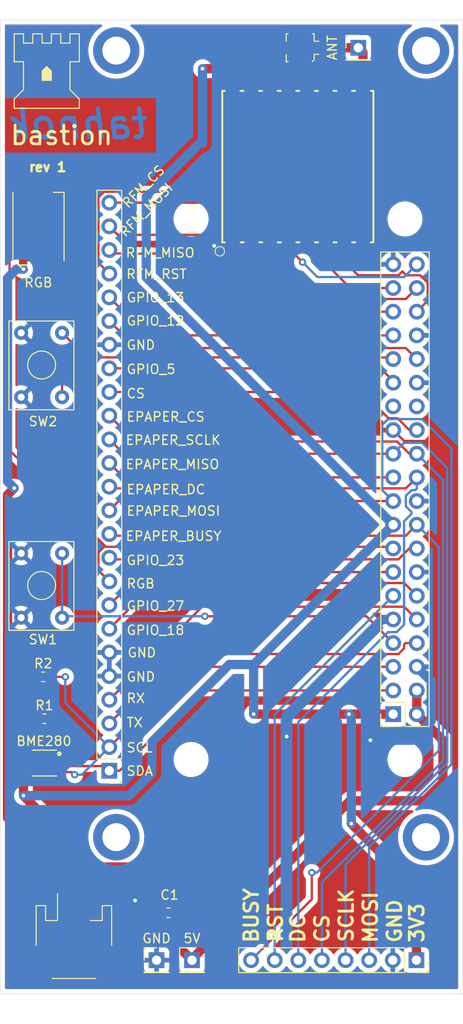
<source format=kicad_pcb>
(kicad_pcb (version 20200119) (host pcbnew "(5.99.0-1124-gd78759612)")
  (layers (0 "F.Cu" signal) (31 "B.Cu" signal) (34 "B.Paste" user) (35 "F.Paste" user) (36 "B.SilkS" user) (37 "F.SilkS" user) (38 "B.Mask" user) (39 "F.Mask" user) (44 "Edge.Cuts" user))
  (net 0 "")
  (net 1 "GND")
  (net 2 "+3V3")
  (net 3 "+5V")
  (net 4 "Net-(D1-Pad2)")
  (net 5 "/RGB")
  (net 6 "/RFM_ANT")
  (net 7 "/RFM_SCLK")
  (net 8 "/RFM_MOSI")
  (net 9 "/RFM_CS")
  (net 10 "/RFM_RST")
  (net 11 "/RFM_MISO")
  (net 12 "/GPIO13")
  (net 13 "/GPIO12")
  (net 14 "Net-(J3-Pad31)")
  (net 15 "/GPIO5")
  (net 16 "Net-(J3-Pad28)")
  (net 17 "Net-(J3-Pad27)")
  (net 18 "/CS_1")
  (net 19 "/EPAPER_CS")
  (net 20 "/EPAPER_SCLK")
  (net 21 "/EPAPER_DC")
  (net 22 "/EPAPER_MISO")
  (net 23 "/EPAPER_MOSI")
  (net 24 "/EPAPER_BUSY")
  (net 25 "/GPIO23")
  (net 26 "/GPIO27")
  (net 27 "/EPAPER_RST")
  (net 28 "/RXD")
  (net 29 "/TXD")
  (net 30 "Net-(J3-Pad7)")
  (net 31 "/SCL")
  (net 32 "/SDA")
  (net 33 "/GPIO18")
  (net 34 "Net-(U1-Pad16)")
  (net 35 "Net-(U1-Pad15)")
  (net 36 "Net-(U1-Pad14)")
  (net 37 "Net-(U1-Pad12)")
  (net 38 "Net-(U1-Pad11)")
  (net 39 "Net-(U1-Pad7)")
  (module "Module:Raspberry_Pi_Zero_Socketed_THT_FaceDown_MountingHoles" (layer "F.Cu") (at 156.25 126 180)
    (fp_text reference "J3" hide)
    (fp_text value "Raspberry_Pi_2_3")
    (pad "" np_thru_hole circle (at -1.27 53.13 270) (size 2.75 2.75) (drill 2.75) (layers *.Cu *.Mask))
    (pad "" np_thru_hole circle (at 21.73 -4.87 270) (size 2.75 2.75) (drill 2.75) (layers *.Cu *.Mask))
    (pad "" np_thru_hole circle (at 21.73 53.13 270) (size 2.75 2.75) (drill 2.75) (layers *.Cu *.Mask))
    (pad "" np_thru_hole circle (at -1.27 -4.87 270) (size 2.75 2.75) (drill 2.75) (layers *.Cu *.Mask))
    (pad "40" thru_hole oval (at -2.54 48.26 180) (size 1.7 1.7) (drill 1) (layers *.Cu *.Mask) (net 7 "/RFM_SCLK"))
    (pad "39" thru_hole oval (at 0 48.26 180) (size 1.7 1.7) (drill 1) (layers *.Cu *.Mask) (net 1 "GND"))
    (pad "26" thru_hole oval (at -2.54 30.48 180) (size 1.7 1.7) (drill 1) (layers *.Cu *.Mask) (net 18 "/CS_1"))
    (pad "25" thru_hole oval (at 0 30.48 180) (size 1.7 1.7) (drill 1) (layers *.Cu *.Mask) (net 1 "GND"))
    (pad "22" thru_hole oval (at -2.54 25.4 180) (size 1.7 1.7) (drill 1) (layers *.Cu *.Mask) (net 21 "/EPAPER_DC"))
    (pad "21" thru_hole oval (at 0 25.4 180) (size 1.7 1.7) (drill 1) (layers *.Cu *.Mask) (net 22 "/EPAPER_MISO"))
    (pad "30" thru_hole oval (at -2.54 35.56 180) (size 1.7 1.7) (drill 1) (layers *.Cu *.Mask) (net 1 "GND"))
    (pad "29" thru_hole oval (at 0 35.56 180) (size 1.7 1.7) (drill 1) (layers *.Cu *.Mask) (net 15 "/GPIO5"))
    (pad "8" thru_hole oval (at -2.54 7.62 180) (size 1.7 1.7) (drill 1) (layers *.Cu *.Mask) (net 29 "/TXD"))
    (pad "7" thru_hole oval (at 0 7.62 180) (size 1.7 1.7) (drill 1) (layers *.Cu *.Mask) (net 30 "Net-(J3-Pad7)"))
    (pad "32" thru_hole oval (at -2.54 38.1 180) (size 1.7 1.7) (drill 1) (layers *.Cu *.Mask) (net 13 "/GPIO12"))
    (pad "31" thru_hole oval (at 0 38.1 180) (size 1.7 1.7) (drill 1) (layers *.Cu *.Mask) (net 14 "Net-(J3-Pad31)"))
    (pad "18" thru_hole oval (at -2.54 20.32 180) (size 1.7 1.7) (drill 1) (layers *.Cu *.Mask) (net 24 "/EPAPER_BUSY"))
    (pad "17" thru_hole oval (at 0 20.32 180) (size 1.7 1.7) (drill 1) (layers *.Cu *.Mask) (net 2 "+3V3"))
    (pad "36" thru_hole oval (at -2.54 43.18 180) (size 1.7 1.7) (drill 1) (layers *.Cu *.Mask) (net 10 "/RFM_RST"))
    (pad "35" thru_hole oval (at 0 43.18 180) (size 1.7 1.7) (drill 1) (layers *.Cu *.Mask) (net 11 "/RFM_MISO"))
    (pad "34" thru_hole oval (at -2.54 40.64 180) (size 1.7 1.7) (drill 1) (layers *.Cu *.Mask) (net 1 "GND"))
    (pad "33" thru_hole oval (at 0 40.64 180) (size 1.7 1.7) (drill 1) (layers *.Cu *.Mask) (net 12 "/GPIO13"))
    (pad "38" thru_hole oval (at -2.54 45.72 180) (size 1.7 1.7) (drill 1) (layers *.Cu *.Mask) (net 8 "/RFM_MOSI"))
    (pad "37" thru_hole oval (at 0 45.72 180) (size 1.7 1.7) (drill 1) (layers *.Cu *.Mask) (net 9 "/RFM_CS"))
    (pad "20" thru_hole oval (at -2.54 22.86 180) (size 1.7 1.7) (drill 1) (layers *.Cu *.Mask) (net 1 "GND"))
    (pad "19" thru_hole oval (at 0 22.86 180) (size 1.7 1.7) (drill 1) (layers *.Cu *.Mask) (net 23 "/EPAPER_MOSI"))
    (pad "10" thru_hole oval (at -2.54 10.16 180) (size 1.7 1.7) (drill 1) (layers *.Cu *.Mask) (net 28 "/RXD"))
    (pad "9" thru_hole oval (at 0 10.16 180) (size 1.7 1.7) (drill 1) (layers *.Cu *.Mask) (net 1 "GND"))
    (pad "14" thru_hole oval (at -2.54 15.24 180) (size 1.7 1.7) (drill 1) (layers *.Cu *.Mask) (net 1 "GND"))
    (pad "13" thru_hole oval (at 0 15.24 180) (size 1.7 1.7) (drill 1) (layers *.Cu *.Mask) (net 26 "/GPIO27"))
    (pad "28" thru_hole oval (at -2.54 33.02 180) (size 1.7 1.7) (drill 1) (layers *.Cu *.Mask) (net 16 "Net-(J3-Pad28)"))
    (pad "27" thru_hole oval (at 0 33.02 180) (size 1.7 1.7) (drill 1) (layers *.Cu *.Mask) (net 17 "Net-(J3-Pad27)"))
    (pad "12" thru_hole oval (at -2.54 12.7 180) (size 1.7 1.7) (drill 1) (layers *.Cu *.Mask) (net 33 "/GPIO18"))
    (pad "11" thru_hole oval (at 0 12.7 180) (size 1.7 1.7) (drill 1) (layers *.Cu *.Mask) (net 27 "/EPAPER_RST"))
    (pad "24" thru_hole oval (at -2.54 27.94 180) (size 1.7 1.7) (drill 1) (layers *.Cu *.Mask) (net 19 "/EPAPER_CS"))
    (pad "23" thru_hole oval (at 0 27.94 180) (size 1.7 1.7) (drill 1) (layers *.Cu *.Mask) (net 20 "/EPAPER_SCLK"))
    (pad "1" thru_hole rect (at 0 0 180) (size 1.7 1.7) (drill 1) (layers *.Cu *.Mask) (net 2 "+3V3"))
    (pad "2" thru_hole oval (at -2.54 0 180) (size 1.7 1.7) (drill 1) (layers *.Cu *.Mask) (net 3 "+5V"))
    (pad "5" thru_hole oval (at 0 5.08 180) (size 1.7 1.7) (drill 1) (layers *.Cu *.Mask) (net 31 "/SCL"))
    (pad "4" thru_hole oval (at -2.54 2.54 180) (size 1.7 1.7) (drill 1) (layers *.Cu *.Mask) (net 3 "+5V"))
    (pad "16" thru_hole oval (at -2.54 17.78 180) (size 1.7 1.7) (drill 1) (layers *.Cu *.Mask) (net 25 "/GPIO23"))
    (pad "15" thru_hole oval (at 0 17.78 180) (size 1.7 1.7) (drill 1) (layers *.Cu *.Mask) (net 5 "/RGB"))
    (pad "3" thru_hole oval (at 0 2.54 180) (size 1.7 1.7) (drill 1) (layers *.Cu *.Mask) (net 32 "/SDA"))
    (pad "6" thru_hole oval (at -2.54 5.08 180) (size 1.7 1.7) (drill 1) (layers *.Cu *.Mask) (net 1 "GND"))
  )
  (module "bastion-hat:epaper mount" (layer "F.Cu") (at 127.75 59.25)
    (fp_text reference "REF**" hide)
    (fp_text value "epaper mount" hide)
    (pad "" thru_hole circle (at -1.27 79.955) (size 5 5) (drill 3) (layers *.Cu *.Mask))
    (pad "" thru_hole circle (at 32.03 79.955) (size 5 5) (drill 3) (layers *.Cu *.Mask))
    (pad "" thru_hole circle (at 32.03 -4.445) (size 5 5) (drill 3) (layers *.Cu *.Mask))
    (pad "" thru_hole circle (at -1.27 -4.445) (size 5 5) (drill 3) (layers *.Cu *.Mask))
  )
  (module "bastion-hat:PSON65P250X250X100-8N" (layer "F.Cu") (at 118.75 131.25)
    (fp_text reference "BME280" (at -0.05 -2.35) (layer "F.SilkS"))
    (fp_text value "BME280_1")
    (pad "5" smd rect (at -0.97 0.975) (size 0.49 0.45) (layers "F.Cu" "F.Paste" "F.Mask") (net 1 "GND"))
    (pad "8" smd rect (at -0.97 -0.975) (size 0.49 0.45) (layers "F.Cu" "F.Paste" "F.Mask") (net 2 "+3V3"))
    (pad "7" smd rect (at -0.97 -0.325) (size 0.49 0.45) (layers "F.Cu" "F.Paste" "F.Mask") (net 1 "GND"))
    (pad "6" smd rect (at -0.97 0.325) (size 0.49 0.45) (layers "F.Cu" "F.Paste" "F.Mask") (net 2 "+3V3"))
    (pad "4" smd rect (at 0.97 0.975) (size 0.49 0.45) (layers "F.Cu" "F.Paste" "F.Mask") (net 31 "/SCL"))
    (pad "1" smd rect (at 0.97 -0.975) (size 0.49 0.45) (layers "F.Cu" "F.Paste" "F.Mask") (net 1 "GND"))
    (pad "2" smd rect (at 0.97 -0.325) (size 0.49 0.45) (layers "F.Cu" "F.Paste" "F.Mask") (net 2 "+3V3"))
    (pad "3" smd rect (at 0.97 0.325) (size 0.49 0.45) (layers "F.Cu" "F.Paste" "F.Mask") (net 32 "/SDA"))
  )
  (module "Connector_PinSocket_2.54mm:PinSocket_1x08_P2.54mm_Vertical" (layer "F.Cu") (at 158.75 152.4 -90)
    (fp_text reference "U2" hide)
    (fp_text value "waveshare_epaper")
    (pad "8" thru_hole oval (at 0 17.78 270) (size 1.7 1.7) (drill 1) (layers *.Cu *.Mask) (net 24 "/EPAPER_BUSY"))
    (pad "7" thru_hole oval (at 0 15.24 270) (size 1.7 1.7) (drill 1) (layers *.Cu *.Mask) (net 27 "/EPAPER_RST"))
    (pad "6" thru_hole oval (at 0 12.7 270) (size 1.7 1.7) (drill 1) (layers *.Cu *.Mask) (net 21 "/EPAPER_DC"))
    (pad "5" thru_hole oval (at 0 10.16 270) (size 1.7 1.7) (drill 1) (layers *.Cu *.Mask) (net 19 "/EPAPER_CS"))
    (pad "4" thru_hole oval (at 0 7.62 270) (size 1.7 1.7) (drill 1) (layers *.Cu *.Mask) (net 20 "/EPAPER_SCLK"))
    (pad "3" thru_hole oval (at 0 5.08 270) (size 1.7 1.7) (drill 1) (layers *.Cu *.Mask) (net 23 "/EPAPER_MOSI"))
    (pad "2" thru_hole oval (at 0 2.54 270) (size 1.7 1.7) (drill 1) (layers *.Cu *.Mask) (net 1 "GND"))
    (pad "1" thru_hole rect (at 0 0 270) (size 1.7 1.7) (drill 1) (layers *.Cu *.Mask) (net 2 "+3V3"))
  )
  (module "bastion-hat:RFM69HCW-XXXS2" (layer "F.Cu") (at 146 67.25 90)
    (fp_text reference "U1" hide)
    (fp_text value "RF_Module_RFM95W-915S2" hide)
    (pad "16" smd rect (at 7.49808 -6.9977 90) (size 2.99974 1.19888) (layers "F.Cu" "F.Paste" "F.Mask") (net 34 "Net-(U1-Pad16)"))
    (pad "15" smd rect (at 7.49808 -4.99872 90) (size 2.99974 1.19888) (layers "F.Cu" "F.Paste" "F.Mask") (net 35 "Net-(U1-Pad15)"))
    (pad "14" smd rect (at 7.49808 -2.99974 90) (size 2.99974 1.19888) (layers "F.Cu" "F.Paste" "F.Mask") (net 36 "Net-(U1-Pad14)"))
    (pad "13" smd rect (at 7.49808 -0.99822 90) (size 2.99974 1.19888) (layers "F.Cu" "F.Paste" "F.Mask") (net 2 "+3V3"))
    (pad "12" smd rect (at 7.49808 0.99822 90) (size 2.99974 1.19888) (layers "F.Cu" "F.Paste" "F.Mask") (net 37 "Net-(U1-Pad12)"))
    (pad "11" smd rect (at 7.49808 2.99974 90) (size 2.99974 1.19888) (layers "F.Cu" "F.Paste" "F.Mask") (net 38 "Net-(U1-Pad11)"))
    (pad "10" smd rect (at 7.49808 4.99872 90) (size 2.99974 1.19888) (layers "F.Cu" "F.Paste" "F.Mask") (net 1 "GND"))
    (pad "9" smd rect (at 7.49808 6.9977 90) (size 2.99974 1.19888) (layers "F.Cu" "F.Paste" "F.Mask") (net 6 "/RFM_ANT"))
    (pad "8" smd rect (at -7.49808 6.9977 90) (size 2.99974 1.19888) (layers "F.Cu" "F.Paste" "F.Mask") (net 1 "GND"))
    (pad "7" smd rect (at -7.49808 4.99872 90) (size 2.99974 1.19888) (layers "F.Cu" "F.Paste" "F.Mask") (net 39 "Net-(U1-Pad7)"))
    (pad "6" smd rect (at -7.49808 2.99974 90) (size 2.99974 1.19888) (layers "F.Cu" "F.Paste" "F.Mask") (net 10 "/RFM_RST"))
    (pad "5" smd rect (at -7.49808 0.99822 90) (size 2.99974 1.19888) (layers "F.Cu" "F.Paste" "F.Mask") (net 9 "/RFM_CS"))
    (pad "4" smd rect (at -7.49808 -0.99822 90) (size 2.99974 1.19888) (layers "F.Cu" "F.Paste" "F.Mask") (net 7 "/RFM_SCLK"))
    (pad "3" smd rect (at -7.49808 -2.99974 90) (size 2.99974 1.19888) (layers "F.Cu" "F.Paste" "F.Mask") (net 8 "/RFM_MOSI"))
    (pad "2" smd rect (at -7.49808 -4.99872 90) (size 2.99974 1.19888) (layers "F.Cu" "F.Paste" "F.Mask") (net 11 "/RFM_MISO"))
    (pad "1" smd rect (at -7.49808 -6.9977 90) (size 2.99974 1.19888) (layers "F.Cu" "F.Paste" "F.Mask") (net 1 "GND"))
  )
  (module "bastion-hat:mini_push_button" (layer "F.Cu") (at 120.65 85.09 -90)
    (fp_text reference "SW2" (at 9.51 2.05 unlocked) (layer "F.SilkS"))
    (fp_text value "SW_Push" hide)
    (pad "2" thru_hole circle (at 6.9 4.4 270) (size 1.524 1.524) (drill 0.762) (layers *.Cu *.Mask) (net 1 "GND"))
    (pad "2" thru_hole circle (at 0 4.4 270) (size 1.524 1.524) (drill 0.762) (layers *.Cu *.Mask) (net 1 "GND"))
    (pad "1" thru_hole circle (at 6.9 0 270) (size 1.524 1.524) (drill 0.762) (layers *.Cu *.Mask) (net 14 "Net-(J3-Pad31)"))
    (pad "1" thru_hole circle (at 0 0 270) (size 1.524 1.524) (drill 0.762) (layers *.Cu *.Mask) (net 14 "Net-(J3-Pad31)"))
  )
  (module "bastion-hat:mini_push_button" (layer "F.Cu") (at 120.65 108.75 -90)
    (fp_text reference "SW1" (at 9.25 2.05 unlocked) (layer "F.SilkS"))
    (fp_text value "SW_Push" hide)
    (pad "2" thru_hole circle (at 6.9 4.4 270) (size 1.524 1.524) (drill 0.762) (layers *.Cu *.Mask) (net 1 "GND"))
    (pad "2" thru_hole circle (at 0 4.4 270) (size 1.524 1.524) (drill 0.762) (layers *.Cu *.Mask) (net 1 "GND"))
    (pad "1" thru_hole circle (at 6.9 0 270) (size 1.524 1.524) (drill 0.762) (layers *.Cu *.Mask) (net 30 "Net-(J3-Pad7)"))
    (pad "1" thru_hole circle (at 0 0 270) (size 1.524 1.524) (drill 0.762) (layers *.Cu *.Mask) (net 30 "Net-(J3-Pad7)"))
  )
  (module "Resistor_SMD:R_0603_1608Metric_Pad1.05x0.95mm_HandSolder" (layer "F.Cu") (at 118.625 122)
    (fp_text reference "R2" (at 0 -1.43) (layer "F.SilkS"))
    (fp_text value "10k")
    (pad "2" smd roundrect (at 0.875 0) (size 1.05 0.95) (layers "F.Cu" "F.Paste" "F.Mask") (net 31 "/SCL"))
    (pad "1" smd roundrect (at -0.875 0) (size 1.05 0.95) (layers "F.Cu" "F.Paste" "F.Mask") (net 2 "+3V3"))
  )
  (module "Resistor_SMD:R_0603_1608Metric_Pad1.05x0.95mm_HandSolder" (layer "F.Cu") (at 118.75 126.5)
    (fp_text reference "R1" (at 0 -1.43) (layer "F.SilkS"))
    (fp_text value "10k")
    (pad "1" smd roundrect (at -0.875 0) (size 1.05 0.95) (layers "F.Cu" "F.Paste" "F.Mask") (net 2 "+3V3"))
    (pad "2" smd roundrect (at 0.875 0) (size 1.05 0.95) (layers "F.Cu" "F.Paste" "F.Mask") (net 32 "/SDA"))
  )
  (module "Connector_PinHeader_2.54mm:PinHeader_1x25_P2.54mm_Vertical" (layer "F.Cu") (at 125.73 132.08 180)
    (fp_text reference "J7" hide)
    (fp_text value "DEBUG")
    (pad "25" thru_hole oval (at 0 60.96 180) (size 1.7 1.7) (drill 1) (layers *.Cu *.Mask) (net 9 "/RFM_CS"))
    (pad "24" thru_hole oval (at 0 58.42 180) (size 1.7 1.7) (drill 1) (layers *.Cu *.Mask) (net 8 "/RFM_MOSI"))
    (pad "23" thru_hole oval (at 0 55.88 180) (size 1.7 1.7) (drill 1) (layers *.Cu *.Mask) (net 11 "/RFM_MISO"))
    (pad "22" thru_hole oval (at 0 53.34 180) (size 1.7 1.7) (drill 1) (layers *.Cu *.Mask) (net 10 "/RFM_RST"))
    (pad "21" thru_hole oval (at 0 50.8 180) (size 1.7 1.7) (drill 1) (layers *.Cu *.Mask) (net 12 "/GPIO13"))
    (pad "20" thru_hole oval (at 0 48.26 180) (size 1.7 1.7) (drill 1) (layers *.Cu *.Mask) (net 13 "/GPIO12"))
    (pad "19" thru_hole oval (at 0 45.72 180) (size 1.7 1.7) (drill 1) (layers *.Cu *.Mask) (net 1 "GND"))
    (pad "18" thru_hole oval (at 0 43.18 180) (size 1.7 1.7) (drill 1) (layers *.Cu *.Mask) (net 15 "/GPIO5"))
    (pad "17" thru_hole oval (at 0 40.64 180) (size 1.7 1.7) (drill 1) (layers *.Cu *.Mask) (net 18 "/CS_1"))
    (pad "16" thru_hole oval (at 0 38.1 180) (size 1.7 1.7) (drill 1) (layers *.Cu *.Mask) (net 19 "/EPAPER_CS"))
    (pad "15" thru_hole oval (at 0 35.56 180) (size 1.7 1.7) (drill 1) (layers *.Cu *.Mask) (net 20 "/EPAPER_SCLK"))
    (pad "14" thru_hole oval (at 0 33.02 180) (size 1.7 1.7) (drill 1) (layers *.Cu *.Mask) (net 22 "/EPAPER_MISO"))
    (pad "13" thru_hole oval (at 0 30.48 180) (size 1.7 1.7) (drill 1) (layers *.Cu *.Mask) (net 21 "/EPAPER_DC"))
    (pad "12" thru_hole oval (at 0 27.94 180) (size 1.7 1.7) (drill 1) (layers *.Cu *.Mask) (net 23 "/EPAPER_MOSI"))
    (pad "11" thru_hole oval (at 0 25.4 180) (size 1.7 1.7) (drill 1) (layers *.Cu *.Mask) (net 24 "/EPAPER_BUSY"))
    (pad "10" thru_hole oval (at 0 22.86 180) (size 1.7 1.7) (drill 1) (layers *.Cu *.Mask) (net 25 "/GPIO23"))
    (pad "9" thru_hole oval (at 0 20.32 180) (size 1.7 1.7) (drill 1) (layers *.Cu *.Mask) (net 5 "/RGB"))
    (pad "8" thru_hole oval (at 0 17.78 180) (size 1.7 1.7) (drill 1) (layers *.Cu *.Mask) (net 26 "/GPIO27"))
    (pad "7" thru_hole oval (at 0 15.24 180) (size 1.7 1.7) (drill 1) (layers *.Cu *.Mask) (net 33 "/GPIO18"))
    (pad "6" thru_hole oval (at 0 12.7 180) (size 1.7 1.7) (drill 1) (layers *.Cu *.Mask) (net 1 "GND"))
    (pad "5" thru_hole oval (at 0 10.16 180) (size 1.7 1.7) (drill 1) (layers *.Cu *.Mask) (net 1 "GND"))
    (pad "4" thru_hole oval (at 0 7.62 180) (size 1.7 1.7) (drill 1) (layers *.Cu *.Mask) (net 28 "/RXD"))
    (pad "3" thru_hole oval (at 0 5.08 180) (size 1.7 1.7) (drill 1) (layers *.Cu *.Mask) (net 29 "/TXD"))
    (pad "2" thru_hole oval (at 0 2.54 180) (size 1.7 1.7) (drill 1) (layers *.Cu *.Mask) (net 31 "/SCL"))
    (pad "1" thru_hole rect (at 0 0 180) (size 1.7 1.7) (drill 1) (layers *.Cu *.Mask) (net 32 "/SDA"))
  )
  (module "Connector_PinHeader_2.54mm:PinHeader_1x01_P2.54mm_Vertical" (layer "F.Cu") (at 130.81 152.4)
    (fp_text reference "GND" (at 0 -2.33) (layer "F.SilkS"))
    (fp_text value "GND")
    (pad "1" thru_hole rect (at 0 0) (size 1.7 1.7) (drill 1) (layers *.Cu *.Mask) (net 1 "GND"))
  )
  (module "Connector_JST:JST_PH_S2B-PH-SM4-TB_1x02-1MP_P2.00mm_Horizontal" (layer "F.Cu") (at 121.92 149.86)
    (fp_text reference "J5" hide)
    (fp_text value "JST")
    (pad "MP" smd roundrect (at 3.35 2.9) (size 1.5 3.4) (layers "F.Cu" "F.Paste" "F.Mask") (roundrect_rratio 0.166667))
    (pad "MP" smd roundrect (at -3.35 2.9) (size 1.5 3.4) (layers "F.Cu" "F.Paste" "F.Mask") (roundrect_rratio 0.166667))
    (pad "2" smd roundrect (at 1 -2.85) (size 1 3.5) (layers "F.Cu" "F.Paste" "F.Mask") (net 3 "+5V"))
    (pad "1" smd roundrect (at -1 -2.85) (size 1 3.5) (layers "F.Cu" "F.Paste" "F.Mask") (net 1 "GND"))
  )
  (module "Connector_PinHeader_2.54mm:PinHeader_1x01_P2.54mm_Vertical" (layer "F.Cu") (at 134.62 152.4)
    (fp_text reference "5V" (at 0 -2.33) (layer "F.SilkS"))
    (fp_text value "5V")
    (pad "1" thru_hole rect (at 0 0) (size 1.7 1.7) (drill 1) (layers *.Cu *.Mask) (net 3 "+5V"))
  )
  (module "Connector_Coaxial:U.FL_Molex_MCRF_73412-0110_Vertical" (layer "F.Cu") (at 146.25 54.5 90)
    (fp_text reference "J2" hide)
    (fp_text value "Conn_Coaxial")
    (pad "1" smd rect (at 0 1.5 90) (size 1 1) (layers "F.Cu" "F.Paste" "F.Mask") (net 6 "/RFM_ANT"))
    (pad "2" smd rect (at 0 -1.5 90) (size 1 1) (layers "F.Cu" "F.Paste" "F.Mask") (net 1 "GND"))
    (pad "2" smd rect (at 1.475 0 90) (size 1.05 2.2) (layers "F.Cu" "F.Paste" "F.Mask") (net 1 "GND"))
    (pad "2" smd rect (at -1.475 0 90) (size 1.05 2.2) (layers "F.Cu" "F.Paste" "F.Mask") (net 1 "GND"))
  )
  (module "Connector_PinHeader_2.54mm:PinHeader_1x01_P2.54mm_Vertical" (layer "F.Cu") (at 152.5 54.5)
    (fp_text reference "ANT" (at -2.8 0 90) (layer "F.SilkS"))
    (fp_text value "ANT")
    (pad "1" thru_hole rect (at 0 0) (size 1.7 1.7) (drill 1) (layers *.Cu *.Mask) (net 6 "/RFM_ANT"))
  )
  (module "LED_SMD:LED_WS2812B_PLCC4_5.0x5.0mm_P3.2mm" (layer "F.Cu") (at 118.11 73.66 90)
    (fp_text reference "RGB" (at -6.04 -0.01 180) (layer "F.SilkS"))
    (fp_text value "WS2812B_1")
    (fp_text user "1" (at -4.15 -1.6 90) (layer "F.SilkS"))
    (pad "1" smd rect (at -2.45 -1.6 90) (size 1.5 1) (layers "F.Cu" "F.Paste" "F.Mask") (net 3 "+5V"))
    (pad "2" smd rect (at -2.45 1.6 90) (size 1.5 1) (layers "F.Cu" "F.Paste" "F.Mask") (net 4 "Net-(D1-Pad2)"))
    (pad "4" smd rect (at 2.45 -1.6 90) (size 1.5 1) (layers "F.Cu" "F.Paste" "F.Mask") (net 5 "/RGB"))
    (pad "3" smd rect (at 2.45 1.6 90) (size 1.5 1) (layers "F.Cu" "F.Paste" "F.Mask") (net 1 "GND"))
  )
  (module "Capacitor_SMD:C_0603_1608Metric_Pad1.05x0.95mm_HandSolder" (layer "F.Cu") (at 132.08 147.32 180)
    (fp_text reference "C1" (at -0.12 1.92) (layer "F.SilkS"))
    (fp_text value "10uF")
    (pad "2" smd roundrect (at 0.875 0 180) (size 1.05 0.95) (layers "F.Cu" "F.Paste" "F.Mask") (net 1 "GND"))
    (pad "1" smd roundrect (at -0.875 0 180) (size 1.05 0.95) (layers "F.Cu" "F.Paste" "F.Mask") (net 2 "+3V3"))
  )
  (gr_poly (pts (xy 119.5 57) (xy 119.5 58) (xy 118.5 58) (xy 118.5 57) (xy 119 56.5)) (layer "F.SilkS") (width 0.1))
  (gr_line (start 115.5 60) (end 115.5 61) (layer "F.SilkS") (width 0.12))
  (gr_line (start 116.5 59) (end 115.5 60) (layer "F.SilkS") (width 0.12))
  (gr_line (start 116.5 56) (end 116.5 59) (layer "F.SilkS") (width 0.12))
  (gr_line (start 115.5 56) (end 116.5 56) (layer "F.SilkS") (width 0.12))
  (gr_line (start 115.5 53) (end 115.5 56) (layer "F.SilkS") (width 0.12))
  (gr_line (start 116.5 53) (end 115.5 53) (layer "F.SilkS") (width 0.12))
  (gr_line (start 116.5 54) (end 116.5 53) (layer "F.SilkS") (width 0.12))
  (gr_line (start 117.5 54) (end 116.5 54) (layer "F.SilkS") (width 0.12))
  (gr_line (start 117.5 53) (end 117.5 54) (layer "F.SilkS") (width 0.12))
  (gr_line (start 118.5 53) (end 117.5 53) (layer "F.SilkS") (width 0.12))
  (gr_line (start 118.5 54) (end 118.5 53) (layer "F.SilkS") (width 0.12))
  (gr_line (start 119.5 54) (end 118.5 54) (layer "F.SilkS") (width 0.12))
  (gr_line (start 119.5 53) (end 119.5 54) (layer "F.SilkS") (width 0.12))
  (gr_line (start 120.5 53) (end 119.5 53) (layer "F.SilkS") (width 0.12))
  (gr_line (start 120.5 54) (end 120.5 53) (layer "F.SilkS") (width 0.12))
  (gr_line (start 121.5 54) (end 120.5 54) (layer "F.SilkS") (width 0.12))
  (gr_line (start 121.5 53) (end 121.5 54) (layer "F.SilkS") (width 0.12))
  (gr_line (start 122.5 53) (end 121.5 53) (layer "F.SilkS") (width 0.12))
  (gr_line (start 122.5 56) (end 122.5 53) (layer "F.SilkS") (width 0.12))
  (gr_line (start 121.5 56) (end 122.5 56) (layer "F.SilkS") (width 0.12))
  (gr_line (start 121.5 59) (end 121.5 56) (layer "F.SilkS") (width 0.12))
  (gr_line (start 122.5 60) (end 121.5 59) (layer "F.SilkS") (width 0.12))
  (gr_line (start 122.5 61) (end 122.5 60) (layer "F.SilkS") (width 0.12))
  (gr_line (start 115.5 61) (end 122.5 61) (layer "F.SilkS") (width 0.12))
  (gr_text "rev 1" (at 119.1 67.3) (layer "F.SilkS") (effects (font (size 1 1) (thickness 0.25))))
  (gr_text "bastion" (at 120.6 63.9) (layer "F.SilkS") (effects (font (size 2 2) (thickness 0.3))))
  (gr_text "tahnok" (at 122.5 62.7) (layer "B.Cu") (effects (font (size 3 3) (thickness 0.5) italic) (justify mirror)))
  (gr_text "SDA" (at 127.5 132.1) (layer "F.SilkS") (effects (font (size 1 1)) (justify left)))
  (gr_text "SCL" (at 127.5 129.6) (layer "F.SilkS") (effects (font (size 1 1)) (justify left)))
  (gr_text "TX" (at 127.5 126.9) (layer "F.SilkS") (effects (font (size 1 1)) (justify left)))
  (gr_text "RX" (at 127.5 124.3) (layer "F.SilkS") (effects (font (size 1 1)) (justify left)))
  (gr_text "GND" (at 127.5 122) (layer "F.SilkS") (effects (font (size 1 1)) (justify left)))
  (gr_text "GND" (at 127.6 119.4) (layer "F.SilkS") (effects (font (size 1 1)) (justify left)))
  (gr_text "GPIO_18" (at 127.5 117) (layer "F.SilkS") (effects (font (size 1 1)) (justify left)))
  (gr_text "GPIO_27" (at 127.5 114.4) (layer "F.SilkS") (effects (font (size 1 1)) (justify left)))
  (gr_text "RGB" (at 127.5 112) (layer "F.SilkS") (effects (font (size 1 1)) (justify left)))
  (gr_text "GPIO_23" (at 127.5 109.5) (layer "F.SilkS") (effects (font (size 1 1)) (justify left)))
  (gr_text "EPAPER_BUSY" (at 127.4 106.9) (layer "F.SilkS") (effects (font (size 1 1)) (justify left)))
  (gr_text "EPAPER_MOSI" (at 127.5 104.2) (layer "F.SilkS") (effects (font (size 1 1)) (justify left)))
  (gr_text "EPAPER_DC" (at 127.5 101.9) (layer "F.SilkS") (effects (font (size 1 1)) (justify left)))
  (gr_text "EPAPER_MISO" (at 127.4 99.2) (layer "F.SilkS") (effects (font (size 1 1)) (justify left)))
  (gr_text "EPAPER_SCLK" (at 127.4 96.6) (layer "F.SilkS") (effects (font (size 1 1)) (justify left)))
  (gr_text "EPAPER_CS" (at 127.5 94.1) (layer "F.SilkS") (effects (font (size 1 1)) (justify left)))
  (gr_text "CS" (at 127.5 91.6) (layer "F.SilkS") (effects (font (size 1 1)) (justify left)))
  (gr_text "GPIO_5" (at 127.5 89) (layer "F.SilkS") (effects (font (size 1 1)) (justify left)))
  (gr_text "GND" (at 127.5 86.4) (layer "F.SilkS") (effects (font (size 1 1)) (justify left)))
  (gr_text "GPIO_12" (at 127.5 83.8) (layer "F.SilkS") (effects (font (size 1 1)) (justify left)))
  (gr_text "GPIO_13" (at 127.5 81.3) (layer "F.SilkS") (effects (font (size 1 1)) (justify left)))
  (gr_text "RFM_RST" (at 130.8 78.79) (layer "F.SilkS") (effects (font (size 1 1))))
  (gr_text "RFM_MISO" (at 131.2 76.5) (layer "F.SilkS") (effects (font (size 1 1))))
  (gr_text "RFM_MOSI" (at 129.7 71.9 45) (layer "F.SilkS") (effects (font (size 1 1))))
  (gr_text "RFM_CS" (at 129.4 69.4 45) (layer "F.SilkS") (effects (font (size 1 1))))
  (gr_text "3V3" (at 158.8 148.4 90) (layer "F.SilkS") (effects (font (size 1.5 1.5) (thickness 0.3))))
  (gr_text "GND" (at 156.4 148.2 90) (layer "F.SilkS") (effects (font (size 1.5 1.5) (thickness 0.3))))
  (gr_text "MOSI" (at 153.8 147.8 90) (layer "F.SilkS") (effects (font (size 1.5 1.5) (thickness 0.3))))
  (gr_text "SCLK" (at 151.2 147.6 90) (layer "F.SilkS") (effects (font (size 1.5 1.5) (thickness 0.3))))
  (gr_text "CS" (at 148.6 149 90) (layer "F.SilkS") (effects (font (size 1.5 1.5) (thickness 0.3))))
  (gr_text "DC\n" (at 146 149 90) (layer "F.SilkS") (effects (font (size 1.5 1.5) (thickness 0.3))))
  (gr_text "RST" (at 143.6 148.4 90) (layer "F.SilkS") (effects (font (size 1.5 1.5) (thickness 0.3))))
  (gr_text "BUSY" (at 141 147.6 90) (layer "F.SilkS") (effects (font (size 1.5 1.5) (thickness 0.3))))
  (gr_line (start 114 51.5) (end 163.75 51.5) (layer "Edge.Cuts") (width 0.05))
  (gr_line (start 114 156) (end 114 51.5) (layer "Edge.Cuts") (width 0.05))
  (gr_line (start 163.75 156) (end 114 156) (layer "Edge.Cuts") (width 0.05))
  (gr_line (start 163.75 51.5) (end 163.75 156) (layer "Edge.Cuts") (width 0.05))
  (segment (start 135.75 64.75) (end 135.45 64.75) (width 1) (layer "B.Cu") (net 2))
  (segment (start 135.45 64.75) (end 129.7 70.5) (width 1) (layer "B.Cu") (net 2))
  (segment (start 129.7 70.5) (end 129.7 79.13) (width 1) (layer "B.Cu") (net 2))
  (segment (start 129.7 79.13) (end 132.444999 81.874999) (width 1) (layer "B.Cu") (net 2))
  (segment (start 161.6 133) (end 161.6 133.3) (width 1) (layer "F.Cu") (net 3))
  (segment (start 161.6 128.81) (end 161.6 132.9) (width 1) (layer "F.Cu") (net 3))
  (segment (start 134.62 152.28) (end 134.62 152.4) (width 1) (layer "F.Cu") (net 3))
  (segment (start 161.6 132.9) (end 161.6 133) (width 1) (layer "F.Cu") (net 3))
  (segment (start 159.6 135.3) (end 151.6 135.3) (width 1) (layer "F.Cu") (net 3))
  (segment (start 158.79 126) (end 161.6 128.81) (width 1) (layer "F.Cu") (net 3))
  (segment (start 161.6 133.3) (end 159.6 135.3) (width 1) (layer "F.Cu") (net 3))
  (segment (start 151.6 135.3) (end 134.62 152.28) (width 1) (layer "F.Cu") (net 3))
  (segment (start 140.090002 120.68) (end 138.62 120.68) (width 1) (layer "B.Cu") (net 2))
  (segment (start 138.62 120.68) (end 130.3 129) (width 1) (layer "B.Cu") (net 2))
  (segment (start 130.3 129) (end 130.3 132.3) (width 1) (layer "B.Cu") (net 2))
  (segment (start 127.85 134.75) (end 126.020002 134.75) (width 1) (layer "B.Cu") (net 2))
  (segment (start 130.3 132.3) (end 127.85 134.75) (width 1) (layer "B.Cu") (net 2))
  (via (at 144.8 128.4) (size 0.8) (drill 0.4) (layers "F.Cu" "B.Cu") (net 1))
  (segment (start 155.047919 115.84) (end 144.8 126.087919) (width 1) (layer "B.Cu") (net 1))
  (segment (start 144.8 126.087919) (end 144.8 128.4) (width 1) (layer "B.Cu") (net 1))
  (segment (start 156.25 115.84) (end 155.047919 115.84) (width 1) (layer "B.Cu") (net 1))
  (segment (start 160.340001 126.744001) (end 158.289003 128.794999) (width 1) (layer "B.Cu") (net 1))
  (segment (start 158.79 120.92) (end 160.340001 122.470001) (width 1) (layer "B.Cu") (net 1))
  (via (at 153.8 128.8) (size 0.8) (drill 0.4) (layers "F.Cu" "B.Cu") (net 1))
  (segment (start 153.805001 128.794999) (end 153.8 128.8) (width 1) (layer "B.Cu") (net 1))
  (segment (start 160.340001 122.470001) (end 160.340001 126.744001) (width 1) (layer "B.Cu") (net 1))
  (segment (start 158.289003 128.794999) (end 153.805001 128.794999) (width 1) (layer "B.Cu") (net 1))
  (segment (start 162.065034 99.596032) (end 159.354001 96.884999) (width 0.25) (layer "B.Cu") (net 20))
  (segment (start 151.13 142.142821) (end 162.065034 131.207787) (width 0.25) (layer "B.Cu") (net 20))
  (segment (start 157.425001 96.884999) (end 156.25 98.06) (width 0.25) (layer "B.Cu") (net 20))
  (segment (start 151.13 152.4) (end 151.13 142.142821) (width 0.25) (layer "B.Cu") (net 20))
  (segment (start 153.67 152.4) (end 153.67 140.239232) (width 0.25) (layer "B.Cu") (net 23))
  (segment (start 155.074999 101.964999) (end 156.25 103.14) (width 0.25) (layer "B.Cu") (net 23))
  (segment (start 153.67 140.239232) (end 162.515045 131.394187) (width 0.25) (layer "B.Cu") (net 23))
  (segment (start 159.354001 96.884999) (end 157.425001 96.884999) (width 0.25) (layer "B.Cu") (net 20))
  (segment (start 162.515045 97.506043) (end 159.354001 94.344999) (width 0.25) (layer "B.Cu") (net 23))
  (segment (start 162.065034 131.207787) (end 162.065034 99.596032) (width 0.25) (layer "B.Cu") (net 20))
  (segment (start 155.685999 94.344999) (end 155.074999 94.955999) (width 0.25) (layer "B.Cu") (net 23))
  (segment (start 148.065685 143) (end 147.5 143) (width 0.25) (layer "B.Cu") (net 24))
  (segment (start 162.515045 131.394187) (end 162.515045 97.506043) (width 0.25) (layer "B.Cu") (net 23))
  (segment (start 158.79 120.92) (end 158.79 120.79) (width 1) (layer "B.Cu") (net 1))
  (segment (start 155.074999 94.955999) (end 155.074999 101.964999) (width 0.25) (layer "B.Cu") (net 23))
  (segment (start 161.615023 100.885023) (end 158.79 98.06) (width 0.25) (layer "B.Cu") (net 19))
  (segment (start 161.615023 131.021388) (end 161.615023 100.885023) (width 0.25) (layer "B.Cu") (net 19))
  (segment (start 148.59 152.4) (end 148.59 144.046411) (width 0.25) (layer "B.Cu") (net 19))
  (segment (start 161.165012 129.900673) (end 148.065685 143) (width 0.25) (layer "B.Cu") (net 24))
  (segment (start 161.165012 108.055012) (end 161.165012 129.900673) (width 0.25) (layer "B.Cu") (net 24))
  (segment (start 148.59 144.046411) (end 161.615023 131.021388) (width 0.25) (layer "B.Cu") (net 19))
  (segment (start 158.79 105.68) (end 161.165012 108.055012) (width 0.25) (layer "B.Cu") (net 24))
  (segment (start 159.354001 94.344999) (end 155.685999 94.344999) (width 0.25) (layer "B.Cu") (net 23))
  (segment (start 131.205 147.32) (end 129.82 147.32) (width 1) (layer "F.Cu") (net 1))
  (segment (start 122.92 147.01) (end 124.430011 148.520011) (width 1) (layer "F.Cu") (net 3))
  (segment (start 130.740011 148.520011) (end 134.62 152.4) (width 1) (layer "F.Cu") (net 3))
  (segment (start 124.430011 148.520011) (end 130.740011 148.520011) (width 1) (layer "F.Cu") (net 3))
  (via (at 128.5 146) (size 0.8) (drill 0.4) (layers "F.Cu" "B.Cu") (net 1))
  (segment (start 129.82 147.32) (end 128.5 146) (width 1) (layer "F.Cu") (net 1))
  (via (at 137 75.75) (size 0.8) (drill 0.4) (layers "F.Cu" "B.Cu") (net 1))
  (segment (start 137 75.75) (end 137.25 76) (width 0.25) (layer "B.Cu") (net 1))
  (segment (start 138.00192 74.74808) (end 137 75.75) (width 0.25) (layer "F.Cu") (net 1))
  (segment (start 139.0023 74.74808) (end 138.00192 74.74808) (width 0.25) (layer "F.Cu") (net 1))
  (segment (start 118.5 131) (end 118.5 133) (width 0.25) (layer "F.Cu") (net 1))
  (segment (start 119.225 130.275) (end 118.5 131) (width 0.25) (layer "F.Cu") (net 1))
  (segment (start 119.72 130.275) (end 119.225 130.275) (width 0.25) (layer "F.Cu") (net 1))
  (segment (start 119.225 130.275) (end 118.575 130.925) (width 0.25) (layer "F.Cu") (net 1))
  (segment (start 118.575 130.925) (end 117.78 130.925) (width 0.25) (layer "F.Cu") (net 1))
  (segment (start 117.78 130.925) (end 118.275 130.925) (width 0.25) (layer "F.Cu") (net 1))
  (segment (start 118.275 130.925) (end 118.350001 131.000001) (width 0.25) (layer "F.Cu") (net 1))
  (segment (start 118.350001 131.000001) (end 118.350001 132.060001) (width 0.25) (layer "F.Cu") (net 1))
  (segment (start 118.185002 132.225) (end 117.78 132.225) (width 0.25) (layer "F.Cu") (net 1))
  (segment (start 118.350001 132.060001) (end 118.185002 132.225) (width 0.25) (layer "F.Cu") (net 1))
  (segment (start 156.25 95.52) (end 157.425001 96.695001) (width 0.25) (layer "F.Cu") (net 1))
  (segment (start 157.425001 96.695001) (end 161.304999 96.695001) (width 0.25) (layer "F.Cu") (net 1))
  (segment (start 161.304999 96.695001) (end 161.5 96.5) (width 0.25) (layer "F.Cu") (net 1))
  (via (at 147.5 143) (size 0.8) (drill 0.4) (layers "F.Cu" "B.Cu") (net 24))
  (segment (start 147.5 143) (end 147.5 145.87) (width 0.25) (layer "F.Cu") (net 24))
  (segment (start 147.5 145.87) (end 140.97 152.4) (width 0.25) (layer "F.Cu") (net 24))
  (segment (start 120.65 91.99) (end 120.65 90.359998) (width 0.25) (layer "F.Cu") (net 14))
  (segment (start 120.65 90.359998) (end 123.284999 87.724999) (width 0.25) (layer "F.Cu") (net 14))
  (segment (start 156.25 87.9) (end 156.074999 87.724999) (width 0.25) (layer "F.Cu") (net 14))
  (segment (start 156.074999 87.724999) (end 123.284999 87.724999) (width 0.25) (layer "F.Cu") (net 14))
  (segment (start 123.284999 87.724999) (end 120.65 85.09) (width 0.25) (layer "F.Cu") (net 14))
  (segment (start 125.73 83.82) (end 128.634999 86.724999) (width 0.25) (layer "F.Cu") (net 13))
  (segment (start 157.614999 86.724999) (end 158.79 87.9) (width 0.25) (layer "F.Cu") (net 13))
  (segment (start 128.634999 86.724999) (end 157.614999 86.724999) (width 0.25) (layer "F.Cu") (net 13))
  (segment (start 148.99974 74.74808) (end 148.1503 74.74808) (width 0.25) (layer "F.Cu") (net 10))
  (segment (start 124.554999 70.555999) (end 124.554999 77.564999) (width 0.25) (layer "F.Cu") (net 10))
  (segment (start 148.1503 74.74808) (end 147.922661 74.520441) (width 0.25) (layer "F.Cu") (net 10))
  (segment (start 147.922661 74.520441) (end 147.922661 72.988209) (width 0.25) (layer "F.Cu") (net 10))
  (segment (start 144.879451 69.944999) (end 125.165999 69.944999) (width 0.25) (layer "F.Cu") (net 10))
  (segment (start 147.922661 72.988209) (end 144.879451 69.944999) (width 0.25) (layer "F.Cu") (net 10))
  (segment (start 125.165999 69.944999) (end 124.554999 70.555999) (width 0.25) (layer "F.Cu") (net 10))
  (segment (start 124.554999 77.564999) (end 125.73 78.74) (width 0.25) (layer "F.Cu") (net 10))
  (segment (start 145.00178 74.74808) (end 145.00178 76.00178) (width 0.25) (layer "F.Cu") (net 7))
  (segment (start 145.00178 76.00178) (end 146.5 77.5) (width 0.25) (layer "F.Cu") (net 7))
  (via (at 146.5 77.5) (size 0.8) (drill 0.4) (layers "F.Cu" "B.Cu") (net 7))
  (segment (start 148.104999 79.104999) (end 157.425001 79.104999) (width 0.25) (layer "B.Cu") (net 7))
  (segment (start 146.5 77.5) (end 148.104999 79.104999) (width 0.25) (layer "B.Cu") (net 7))
  (segment (start 157.425001 79.104999) (end 158.79 77.74) (width 0.25) (layer "B.Cu") (net 7))
  (segment (start 146.99822 74.74808) (end 146.99822 73.84765) (width 0.25) (layer "F.Cu") (net 9))
  (segment (start 146.99822 73.84765) (end 144.27057 71.12) (width 0.25) (layer "F.Cu") (net 9))
  (segment (start 144.27057 71.12) (end 125.73 71.12) (width 0.25) (layer "F.Cu") (net 9))
  (segment (start 125.73 73.66) (end 126.640001 74.570001) (width 0.25) (layer "F.Cu") (net 8))
  (segment (start 126.640001 74.570001) (end 136.496067 74.570001) (width 0.25) (layer "F.Cu") (net 8))
  (segment (start 136.496067 74.570001) (end 138.142859 72.923209) (width 0.25) (layer "F.Cu") (net 8))
  (segment (start 138.142859 72.923209) (end 141.860721 72.923209) (width 0.25) (layer "F.Cu") (net 8))
  (segment (start 141.860721 72.923209) (end 143.00026 74.062748) (width 0.25) (layer "F.Cu") (net 8))
  (segment (start 143.00026 74.062748) (end 143.00026 74.74808) (width 0.25) (layer "F.Cu") (net 8))
  (segment (start 125.73 76.2) (end 125.73 76.23) (width 0.25) (layer "F.Cu") (net 11))
  (segment (start 125.73 76.23) (end 126.072951 76.572951) (width 0.25) (layer "F.Cu") (net 11))
  (segment (start 126.072951 76.572951) (end 140.076839 76.572951) (width 0.25) (layer "F.Cu") (net 11))
  (segment (start 140.076839 76.572951) (end 141.00128 75.64851) (width 0.25) (layer "F.Cu") (net 11))
  (segment (start 141.00128 75.64851) (end 141.00128 74.74808) (width 0.25) (layer "F.Cu") (net 11))
  (segment (start 156.25 85.36) (end 129.81 85.36) (width 0.25) (layer "F.Cu") (net 12))
  (segment (start 129.81 85.36) (end 125.73 81.28) (width 0.25) (layer "F.Cu") (net 12))
  (segment (start 158.79 82.82) (end 159.965001 81.644999) (width 0.25) (layer "F.Cu") (net 10))
  (segment (start 159.164003 78.915001) (end 157.665001 78.915001) (width 0.25) (layer "F.Cu") (net 10))
  (segment (start 156.814001 78.915001) (end 152.481329 78.915001) (width 0.25) (layer "F.Cu") (net 10))
  (segment (start 159.965001 81.644999) (end 159.965001 79.715999) (width 0.25) (layer "F.Cu") (net 10))
  (segment (start 157.229002 78.5) (end 156.814001 78.915001) (width 0.25) (layer "F.Cu") (net 10))
  (segment (start 159.965001 79.715999) (end 159.164003 78.915001) (width 0.25) (layer "F.Cu") (net 10))
  (segment (start 157.665001 78.915001) (end 157.25 78.5) (width 0.25) (layer "F.Cu") (net 10))
  (segment (start 157.25 78.5) (end 157.229002 78.5) (width 0.25) (layer "F.Cu") (net 10))
  (segment (start 148.99974 75.433412) (end 148.99974 74.74808) (width 0.25) (layer "F.Cu") (net 10))
  (segment (start 152.481329 78.915001) (end 148.99974 75.433412) (width 0.25) (layer "F.Cu") (net 10))
  (segment (start 156.25 82.82) (end 148.17277 82.82) (width 0.25) (layer "F.Cu") (net 11))
  (segment (start 148.17277 82.82) (end 141.00128 75.64851) (width 0.25) (layer "F.Cu") (net 11))
  (segment (start 158.79 80.28) (end 157.614999 81.455001) (width 0.25) (layer "F.Cu") (net 8))
  (segment (start 157.614999 81.455001) (end 148.806751 81.455001) (width 0.25) (layer "F.Cu") (net 8))
  (segment (start 148.806751 81.455001) (end 143.00026 75.64851) (width 0.25) (layer "F.Cu") (net 8))
  (segment (start 143.00026 75.64851) (end 143.00026 74.74808) (width 0.25) (layer "F.Cu") (net 8))
  (segment (start 156.25 80.28) (end 151.62971 80.28) (width 0.25) (layer "F.Cu") (net 9))
  (segment (start 151.62971 80.28) (end 146.99822 75.64851) (width 0.25) (layer "F.Cu") (net 9))
  (segment (start 146.99822 75.64851) (end 146.99822 74.74808) (width 0.25) (layer "F.Cu") (net 9))
  (segment (start 145.00178 75.64851) (end 145.00178 74.74808) (width 0.25) (layer "F.Cu") (net 7))
  (segment (start 154.9 88.9) (end 125.73 88.9) (width 0.25) (layer "F.Cu") (net 15))
  (segment (start 156.44 90.44) (end 154.9 88.9) (width 0.25) (layer "F.Cu") (net 15))
  (segment (start 156.25 90.44) (end 156.44 90.44) (width 0.25) (layer "F.Cu") (net 15))
  (segment (start 152.94 91.44) (end 125.73 91.44) (width 0.25) (layer "F.Cu") (net 18))
  (segment (start 155.75 94.25) (end 152.94 91.44) (width 0.25) (layer "F.Cu") (net 18))
  (segment (start 157.989002 95.52) (end 156.719002 94.25) (width 0.25) (layer "F.Cu") (net 18))
  (segment (start 156.719002 94.25) (end 155.75 94.25) (width 0.25) (layer "F.Cu") (net 18))
  (segment (start 158.79 95.52) (end 157.989002 95.52) (width 0.25) (layer "F.Cu") (net 18))
  (segment (start 127.27 98.06) (end 125.73 96.52) (width 0.25) (layer "F.Cu") (net 20))
  (segment (start 156.25 98.06) (end 127.27 98.06) (width 0.25) (layer "F.Cu") (net 20))
  (segment (start 156.679002 96.75) (end 128.5 96.75) (width 0.25) (layer "F.Cu") (net 19))
  (segment (start 128.5 96.75) (end 125.73 93.98) (width 0.25) (layer "F.Cu") (net 19))
  (segment (start 157.989002 98.06) (end 156.679002 96.75) (width 0.25) (layer "F.Cu") (net 19))
  (segment (start 158.79 98.06) (end 157.989002 98.06) (width 0.25) (layer "F.Cu") (net 19))
  (segment (start 127.27 100.6) (end 125.73 99.06) (width 0.25) (layer "F.Cu") (net 22))
  (segment (start 156.25 100.6) (end 127.27 100.6) (width 0.25) (layer "F.Cu") (net 22))
  (segment (start 157.614999 101.775001) (end 125.905001 101.775001) (width 0.25) (layer "F.Cu") (net 21))
  (segment (start 125.905001 101.775001) (end 125.73 101.6) (width 0.25) (layer "F.Cu") (net 21))
  (segment (start 158.79 100.6) (end 157.614999 101.775001) (width 0.25) (layer "F.Cu") (net 21))
  (segment (start 126.73 103.14) (end 125.73 104.14) (width 0.25) (layer "F.Cu") (net 23))
  (segment (start 156.25 103.14) (end 126.73 103.14) (width 0.25) (layer "F.Cu") (net 23))
  (segment (start 125.905001 106.855001) (end 125.73 106.68) (width 0.25) (layer "F.Cu") (net 24))
  (segment (start 157.614999 106.855001) (end 125.905001 106.855001) (width 0.25) (layer "F.Cu") (net 24))
  (segment (start 158.79 105.68) (end 157.614999 106.855001) (width 0.25) (layer "F.Cu") (net 24))
  (segment (start 157.989002 108.22) (end 156.814001 109.395001) (width 0.25) (layer "F.Cu") (net 25))
  (segment (start 125.905001 109.395001) (end 125.73 109.22) (width 0.25) (layer "F.Cu") (net 25))
  (segment (start 156.814001 109.395001) (end 125.905001 109.395001) (width 0.25) (layer "F.Cu") (net 25))
  (segment (start 158.79 108.22) (end 157.989002 108.22) (width 0.25) (layer "F.Cu") (net 25))
  (segment (start 115 72.72) (end 116.51 71.21) (width 0.25) (layer "F.Cu") (net 5))
  (segment (start 115 97.689002) (end 115 72.72) (width 0.25) (layer "F.Cu") (net 5))
  (segment (start 156.074999 108.044999) (end 125.355997 108.044999) (width 0.25) (layer "F.Cu") (net 5))
  (segment (start 156.25 108.22) (end 156.074999 108.044999) (width 0.25) (layer "F.Cu") (net 5))
  (segment (start 129.27 110.76) (end 125.73 114.3) (width 0.25) (layer "F.Cu") (net 26))
  (segment (start 156.25 110.76) (end 129.27 110.76) (width 0.25) (layer "F.Cu") (net 26))
  (segment (start 124.554999 110.584999) (end 125.73 111.76) (width 0.25) (layer "F.Cu") (net 5))
  (segment (start 124.554999 108.655999) (end 124.554999 110.584999) (width 0.25) (layer "F.Cu") (net 5))
  (segment (start 125.241497 107.969501) (end 124.554999 108.655999) (width 0.25) (layer "F.Cu") (net 5))
  (segment (start 125.280499 107.969501) (end 125.241497 107.969501) (width 0.25) (layer "F.Cu") (net 5))
  (segment (start 125.280499 107.969501) (end 115 97.689002) (width 0.25) (layer "F.Cu") (net 5))
  (segment (start 125.355997 108.044999) (end 125.280499 107.969501) (width 0.25) (layer "F.Cu") (net 5))
  (segment (start 133.174999 119.555001) (end 125.73 127) (width 0.25) (layer "F.Cu") (net 29))
  (segment (start 156.814001 119.555001) (end 133.174999 119.555001) (width 0.25) (layer "F.Cu") (net 29))
  (segment (start 157.425001 118.542918) (end 157.425001 118.944001) (width 0.25) (layer "F.Cu") (net 29))
  (segment (start 157.425001 118.944001) (end 156.814001 119.555001) (width 0.25) (layer "F.Cu") (net 29))
  (segment (start 157.587919 118.38) (end 157.425001 118.542918) (width 0.25) (layer "F.Cu") (net 29))
  (segment (start 158.79 118.38) (end 157.587919 118.38) (width 0.25) (layer "F.Cu") (net 29))
  (segment (start 130.634999 111.935001) (end 125.73 116.84) (width 0.25) (layer "F.Cu") (net 33))
  (segment (start 158.8 113.3) (end 157.435001 111.935001) (width 0.25) (layer "F.Cu") (net 33))
  (segment (start 157.435001 111.935001) (end 130.634999 111.935001) (width 0.25) (layer "F.Cu") (net 33))
  (segment (start 158.79 113.3) (end 158.8 113.3) (width 0.25) (layer "F.Cu") (net 33))
  (segment (start 155.524999 114.475001) (end 135.714999 114.475001) (width 0.25) (layer "F.Cu") (net 28))
  (segment (start 157.425001 114.475001) (end 155.524999 114.475001) (width 0.25) (layer "F.Cu") (net 28))
  (segment (start 135.714999 114.475001) (end 125.73 124.46) (width 0.25) (layer "F.Cu") (net 28))
  (segment (start 158.79 115.84) (end 157.425001 114.475001) (width 0.25) (layer "F.Cu") (net 28))
  (segment (start 134.35 120.92) (end 156.25 120.92) (width 0.25) (layer "F.Cu") (net 31))
  (segment (start 125.73 129.54) (end 134.35 120.92) (width 0.25) (layer "F.Cu") (net 31))
  (segment (start 135.45 123.46) (end 156.25 123.46) (width 0.25) (layer "F.Cu") (net 32))
  (segment (start 126.83 132.08) (end 135.45 123.46) (width 0.25) (layer "F.Cu") (net 32))
  (segment (start 125.73 132.08) (end 126.83 132.08) (width 0.25) (layer "F.Cu") (net 32))
  (segment (start 125.225 131.575) (end 125.73 132.08) (width 0.25) (layer "F.Cu") (net 32))
  (segment (start 122.77 132.5) (end 125.73 129.54) (width 0.25) (layer "B.Cu") (net 31))
  (segment (start 122 132.5) (end 122.77 132.5) (width 0.25) (layer "B.Cu") (net 31))
  (segment (start 121.725 132.225) (end 122 132.5) (width 0.25) (layer "F.Cu") (net 31))
  (via (at 122 132.5) (size 0.8) (drill 0.4) (layers "F.Cu" "B.Cu") (net 31))
  (segment (start 119.72 132.225) (end 121.725 132.225) (width 0.25) (layer "F.Cu") (net 31))
  (segment (start 143.51 126.04) (end 156.25 113.3) (width 0.25) (layer "B.Cu") (net 27))
  (segment (start 143.51 152.4) (end 143.51 126.04) (width 0.25) (layer "B.Cu") (net 27))
  (segment (start 146.05 126.840998) (end 146.05 152.4) (width 0.25) (layer "B.Cu") (net 21))
  (segment (start 155.685999 117.204999) (end 146.05 126.840998) (width 0.25) (layer "B.Cu") (net 21))
  (segment (start 157.425001 116.404001) (end 156.624003 117.204999) (width 0.25) (layer "B.Cu") (net 21))
  (segment (start 158.225999 104.504999) (end 157.425001 105.305997) (width 0.25) (layer "B.Cu") (net 21))
  (segment (start 158.225999 104.315001) (end 158.225999 104.504999) (width 0.25) (layer "B.Cu") (net 21))
  (segment (start 157.614999 103.704001) (end 158.225999 104.315001) (width 0.25) (layer "B.Cu") (net 21))
  (segment (start 158.225999 101.964999) (end 157.614999 102.575999) (width 0.25) (layer "B.Cu") (net 21))
  (segment (start 157.425001 105.305997) (end 157.425001 116.404001) (width 0.25) (layer "B.Cu") (net 21))
  (segment (start 158.627082 101.964999) (end 158.225999 101.964999) (width 0.25) (layer "B.Cu") (net 21))
  (segment (start 157.614999 102.575999) (end 157.614999 103.704001) (width 0.25) (layer "B.Cu") (net 21))
  (segment (start 158.79 101.802081) (end 158.627082 101.964999) (width 0.25) (layer "B.Cu") (net 21))
  (segment (start 156.624003 117.204999) (end 155.685999 117.204999) (width 0.25) (layer "B.Cu") (net 21))
  (segment (start 158.79 100.6) (end 158.79 101.802081) (width 0.25) (layer "B.Cu") (net 21))
  (via (at 136 115.5) (size 0.8) (drill 0.4) (layers "F.Cu" "B.Cu") (net 30))
  (segment (start 153.37 115.5) (end 136 115.5) (width 0.25) (layer "F.Cu") (net 30))
  (segment (start 156.25 118.38) (end 153.37 115.5) (width 0.25) (layer "F.Cu") (net 30))
  (segment (start 120.8 115.5) (end 120.65 115.65) (width 0.25) (layer "B.Cu") (net 30))
  (segment (start 136 115.5) (end 120.8 115.5) (width 0.25) (layer "B.Cu") (net 30))
  (segment (start 120.65 108.75) (end 120.65 115.65) (width 0.25) (layer "B.Cu") (net 30))
  (segment (start 152.9977 54.9977) (end 152.5 54.5) (width 1) (layer "F.Cu") (net 6))
  (segment (start 152.9977 59.75192) (end 152.9977 54.9977) (width 1) (layer "F.Cu") (net 6))
  (segment (start 147.75 54.5) (end 152.5 54.5) (width 1) (layer "F.Cu") (net 6))
  (segment (start 122.175 129.05) (end 119.625 126.5) (width 0.25) (layer "F.Cu") (net 32))
  (segment (start 122.175 131.575) (end 125.225 131.575) (width 0.25) (layer "F.Cu") (net 32))
  (segment (start 122.175 131.575) (end 122.175 129.05) (width 0.25) (layer "F.Cu") (net 32))
  (segment (start 119.72 131.575) (end 122.175 131.575) (width 0.25) (layer "F.Cu") (net 32))
  (segment (start 121 124.81) (end 125.73 129.54) (width 0.25) (layer "B.Cu") (net 31))
  (segment (start 121 122) (end 121 124.81) (width 0.25) (layer "B.Cu") (net 31))
  (via (at 121 122) (size 0.8) (drill 0.4) (layers "F.Cu" "B.Cu") (net 31))
  (segment (start 119.5 122) (end 121 122) (width 0.25) (layer "F.Cu") (net 31))
  (segment (start 158.79 126) (end 158.79 123.46) (width 1) (layer "F.Cu") (net 3))
  (segment (start 122.92 145.26) (end 122.92 147.01) (width 1) (layer "F.Cu") (net 3))
  (segment (start 114.787999 137.127999) (end 122.92 145.26) (width 1) (layer "F.Cu") (net 3))
  (segment (start 114.787999 102.462001) (end 114.787999 137.127999) (width 1) (layer "F.Cu") (net 3))
  (segment (start 115.5 101.75) (end 114.787999 102.462001) (width 1) (layer "F.Cu") (net 3))
  (segment (start 115.75 78.25) (end 114.787999 79.212001) (width 1) (layer "B.Cu") (net 3))
  (segment (start 116.51 76.11) (end 116.51 78.24) (width 1) (layer "F.Cu") (net 3))
  (segment (start 114.787999 79.212001) (end 114.787999 101.037999) (width 1) (layer "B.Cu") (net 3))
  (via (at 115.5 101.75) (size 0.8) (drill 0.4) (layers "F.Cu" "B.Cu") (net 3))
  (segment (start 114.787999 101.037999) (end 115.5 101.75) (width 1) (layer "B.Cu") (net 3))
  (segment (start 116.5 78.25) (end 115.75 78.25) (width 1) (layer "B.Cu") (net 3))
  (segment (start 116.51 78.24) (end 116.5 78.25) (width 1) (layer "F.Cu") (net 3))
  (via (at 116.5 78.25) (size 0.8) (drill 0.4) (layers "F.Cu" "B.Cu") (net 3))
  (via (at 141.25 126) (size 0.8) (drill 0.4) (layers "F.Cu" "B.Cu") (net 2))
  (segment (start 132.444999 81.874999) (end 156.25 105.68) (width 1) (layer "B.Cu") (net 2))
  (segment (start 145.00178 58.394128) (end 143.357652 56.75) (width 1) (layer "F.Cu") (net 2))
  (segment (start 145.00178 59.75192) (end 145.00178 58.394128) (width 1) (layer "F.Cu") (net 2))
  (via (at 135.75 56.75) (size 0.8) (drill 0.4) (layers "F.Cu" "B.Cu") (net 2))
  (segment (start 135.75 56.75) (end 135.75 64.75) (width 1) (layer "B.Cu") (net 2))
  (segment (start 143.357652 56.75) (end 135.75 56.75) (width 1) (layer "F.Cu") (net 2))
  (segment (start 141.25 120.68) (end 141.25 126) (width 1) (layer "B.Cu") (net 2))
  (segment (start 156.25 105.68) (end 141.25 120.68) (width 1) (layer "B.Cu") (net 2))
  (segment (start 116.5 127.875) (end 117.875 126.5) (width 1) (layer "F.Cu") (net 2))
  (via (at 116.5 134.75) (size 0.8) (drill 0.4) (layers "F.Cu" "B.Cu") (net 2))
  (segment (start 141.25 120.68) (end 140.090002 120.68) (width 1) (layer "B.Cu") (net 2))
  (segment (start 126.020002 134.75) (end 116.5 134.75) (width 1) (layer "B.Cu") (net 2))
  (segment (start 117.75 126.375) (end 117.875 126.5) (width 1) (layer "F.Cu") (net 2))
  (segment (start 117.75 122) (end 117.75 126.375) (width 1) (layer "F.Cu") (net 2))
  (segment (start 116.775 130.275) (end 116.5 130) (width 0.25) (layer "F.Cu") (net 2))
  (segment (start 117.78 130.275) (end 116.775 130.275) (width 0.25) (layer "F.Cu") (net 2))
  (segment (start 120.75 130.249998) (end 119.750002 129.25) (width 0.25) (layer "F.Cu") (net 2))
  (segment (start 120.75 130.39) (end 120.75 130.249998) (width 0.25) (layer "F.Cu") (net 2))
  (segment (start 119.72 130.925) (end 120.215 130.925) (width 0.25) (layer "F.Cu") (net 2))
  (segment (start 119.750002 129.25) (end 116.5 129.25) (width 0.25) (layer "F.Cu") (net 2))
  (segment (start 116.5 129.25) (end 116.5 127.875) (width 1) (layer "F.Cu") (net 2))
  (segment (start 120.215 130.925) (end 120.75 130.39) (width 0.25) (layer "F.Cu") (net 2))
  (segment (start 116.5 130) (end 116.5 129.25) (width 1) (layer "F.Cu") (net 2))
  (segment (start 116.825 131.575) (end 116.5 131.25) (width 0.25) (layer "F.Cu") (net 2))
  (segment (start 116.5 134.75) (end 116.5 131.25) (width 1) (layer "F.Cu") (net 2))
  (segment (start 117.78 131.575) (end 116.825 131.575) (width 0.25) (layer "F.Cu") (net 2))
  (segment (start 116.5 131.25) (end 116.5 130) (width 1) (layer "F.Cu") (net 2))
  (segment (start 151.75 126.25) (end 151.5 126) (width 1) (layer "B.Cu") (net 2))
  (segment (start 151.75 137.75) (end 151.75 126.25) (width 1) (layer "B.Cu") (net 2))
  (segment (start 158.75 144.75) (end 151.75 137.75) (width 1) (layer "F.Cu") (net 2))
  (via (at 151.75 137.75) (size 0.8) (drill 0.4) (layers "F.Cu" "B.Cu") (net 2))
  (segment (start 158.75 152.4) (end 158.75 144.75) (width 1) (layer "F.Cu") (net 2))
  (via (at 151.5 126) (size 0.8) (drill 0.4) (layers "F.Cu" "B.Cu") (net 2))
  (segment (start 156.25 126) (end 151.5 126) (width 1) (layer "F.Cu") (net 2))
  (segment (start 151.5 126) (end 141.25 126) (width 1) (layer "F.Cu") (net 2))
  (segment (start 124.155001 142.405001) (end 116.5 134.75) (width 1) (layer "F.Cu") (net 2))
  (segment (start 128.515001 142.405001) (end 124.155001 142.405001) (width 1) (layer "F.Cu") (net 2))
  (segment (start 132.955 146.845) (end 128.515001 142.405001) (width 1) (layer "F.Cu") (net 2))
  (segment (start 132.955 147.32) (end 132.955 146.845) (width 1) (layer "F.Cu") (net 2))
  (segment (start 140.97 152.4) (end 142.07501 151.29499) (width 0.25) (layer "B.Cu") (net 24))
  (zone (net 1) (net_name "GND") (layer "F.Cu") (connect_pads (clearance 0.508)) (min_thickness 0.254) (fill yes (thermal_gap 0.508) (thermal_bridge_width 0.508))
    (polygon (pts (xy 163.75 156) (xy 114 156) (xy 114 51.5) (xy 163.75 51.5)))
  )
  (zone (net 1) (net_name "GND") (layer "B.Cu") (connect_pads (clearance 0.508)) (min_thickness 0.254) (fill yes (thermal_gap 0.508) (thermal_bridge_width 0.508))
    (polygon (pts (xy 163.75 156) (xy 114 156) (xy 114 51.5) (xy 163.75 51.5)))
  )
)
</source>
